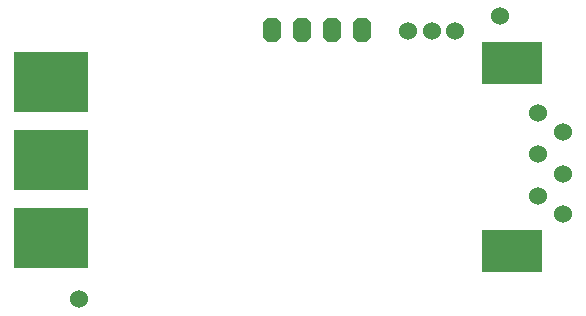
<source format=gbr>
%TF.GenerationSoftware,Altium Limited,Altium Designer,23.6.0 (18)*%
G04 Layer_Color=255*
%FSLAX45Y45*%
%MOMM*%
%TF.SameCoordinates,E8FE7F88-156A-4670-BA50-05D3EA163389*%
%TF.FilePolarity,Positive*%
%TF.FileFunction,Pads,Top*%
%TF.Part,Single*%
G01*
G75*
%TA.AperFunction,SMDPad,CuDef*%
%ADD10R,5.08000X3.68000*%
%ADD11R,6.35000X5.08000*%
%TA.AperFunction,ViaPad*%
%ADD15C,1.52400*%
%TA.AperFunction,ComponentPad*%
G04:AMPARAMS|DCode=16|XSize=2.032mm|YSize=1.524mm|CornerRadius=0mm|HoleSize=0mm|Usage=FLASHONLY|Rotation=90.000|XOffset=0mm|YOffset=0mm|HoleType=Round|Shape=Octagon|*
%AMOCTAGOND16*
4,1,8,0.38100,1.01600,-0.38100,1.01600,-0.76200,0.63500,-0.76200,-0.63500,-0.38100,-1.01600,0.38100,-1.01600,0.76200,-0.63500,0.76200,0.63500,0.38100,1.01600,0.0*
%
%ADD16OCTAGOND16*%

D10*
X4260000Y1850000D02*
D03*
Y260000D02*
D03*
D11*
X360000Y1030000D02*
D03*
Y370000D02*
D03*
Y1690000D02*
D03*
D15*
X3580000Y2120000D02*
D03*
X3380000D02*
D03*
X3780000D02*
D03*
X4690000Y570000D02*
D03*
X4480000Y730000D02*
D03*
Y1430000D02*
D03*
Y1080000D02*
D03*
X4690000Y910000D02*
D03*
Y1270000D02*
D03*
X590000Y-150000D02*
D03*
X4160000Y2250000D02*
D03*
D16*
X2228000Y2130000D02*
D03*
X2482000D02*
D03*
X2736000D02*
D03*
X2990000D02*
D03*
%TF.MD5,48a448b7d153254fc82ea32a54d196dc*%
M02*

</source>
